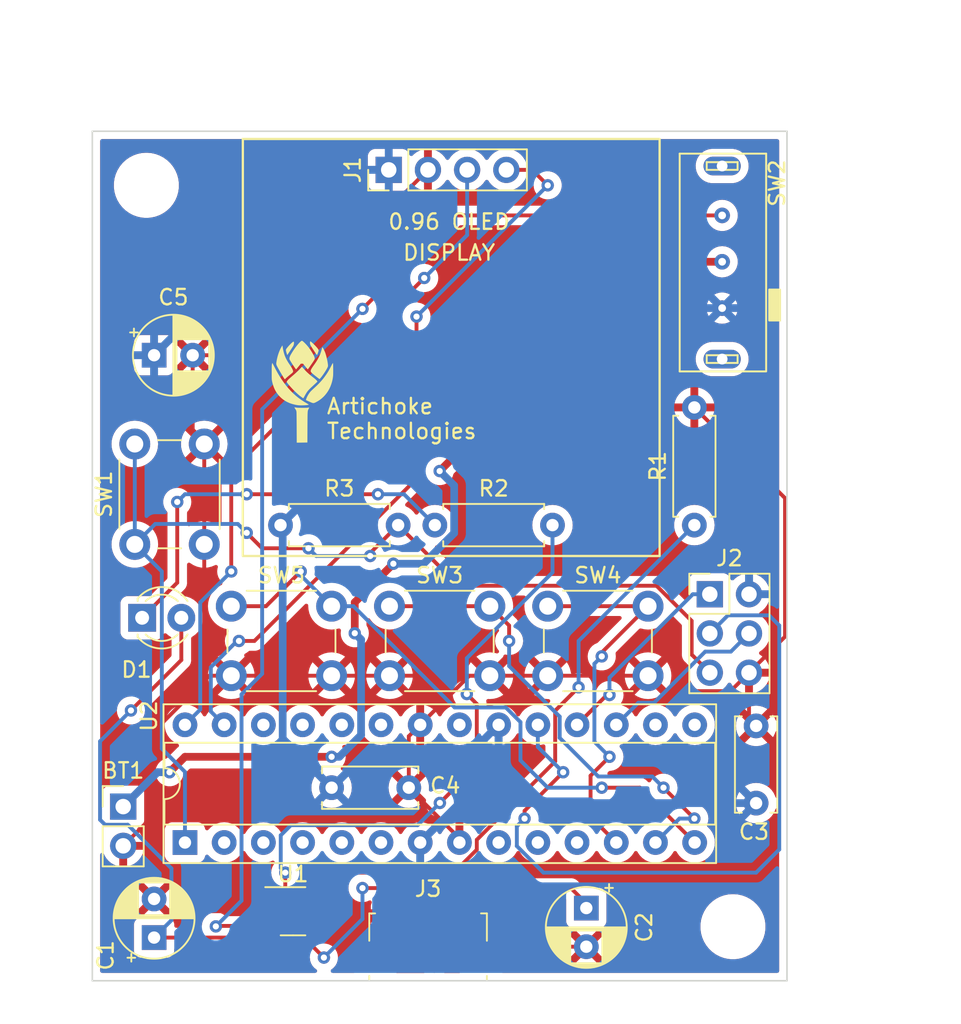
<source format=kicad_pcb>
(kicad_pcb (version 20211014) (generator pcbnew)
  (title_block (title "Cube Scrambler") (date "21/3/22") (rev "1.0") (company "Artichoke Technologies"))
  (layers (0 "F.Cu" signal) (31 "B.Cu" signal) (34 "B.Paste" user) (35 "F.Paste" user) (36 "B.SilkS" user "B.Silkscreen") (37 "F.SilkS" user "F.Silkscreen") (38 "B.Mask" user) (39 "F.Mask" user) (44 "Edge.Cuts" user))
  (net 0 "")
  (net 1 "Net-(BT1-Pad1)")
  (net 2 "GND")
  (net 3 "Net-(C1-Pad1)")
  (net 4 "+5V")
  (net 5 "Net-(D1-Pad1)")
  (net 6 "Net-(J1-Pad3)")
  (net 7 "Net-(J1-Pad4)")
  (net 8 "/MISO")
  (net 9 "/SCK")
  (net 10 "/MOSI")
  (net 11 "/RST")
  (net 15 "Net-(R1-Pad1)")
  (net 16 "Net-(R2-Pad2)")
  (net 17 "Net-(U1-Pad3)")
  (net 18 "Net-(U2-Pad13)")
  (net 19 "Net-(U2-Pad12)")
  (net 20 "Net-(U2-Pad14)")
  (footprint "Button_Switch_THT:SW_PUSH_6mm" (layer "F.Cu") (at 32.89 58.89 90)
    (fp_text reference "SW1" (at 3.25 -2 90) (layer "F.SilkS"))
    (fp_text value "RESET")
    (pad "1" thru_hole circle (at 0 0 180) (size 2 2) (drill 1.1) (layers *.Cu *.Mask) (net 11 "/RST"))
    (pad "1" thru_hole circle (at 6.5 0 180) (size 2 2) (drill 1.1) (layers *.Cu *.Mask) (net 11 "/RST"))
    (pad "2" thru_hole circle (at 6.5 4.5 180) (size 2 2) (drill 1.1) (layers *.Cu *.Mask) (net 2 "GND"))
    (pad "2" thru_hole circle (at 0 4.5 180) (size 2 2) (drill 1.1) (layers *.Cu *.Mask) (net 2 "GND"))
  )
  (footprint "Capacitor_THT:C_Disc_D6.0mm_W2.5mm_P5.00mm" (layer "F.Cu") (at 73.14 75.64 90)
    (fp_text reference "C3" (at -1.86 -0.14 180) (layer "F.SilkS"))
    (fp_text value "C")
    (pad "1" thru_hole circle (at 0 0 90) (size 1.6 1.6) (drill 0.8) (layers *.Cu *.Mask) (net 4 "+5V"))
    (pad "2" thru_hole circle (at 5 0 90) (size 1.6 1.6) (drill 0.8) (layers *.Cu *.Mask) (net 2 "GND"))
  )
  (footprint "Button_Switch_THT:SW_PUSH_6mm" (layer "F.Cu") (at 59.64 62.89)
    (fp_text reference "SW4" (at 3.25 -2) (layer "F.SilkS"))
    (fp_text value "SW_Push")
    (pad "1" thru_hole circle (at 0 0 90) (size 2 2) (drill 1.1) (layers *.Cu *.Mask) (net 19 "Net-(U2-Pad12)"))
    (pad "1" thru_hole circle (at 6.5 0 90) (size 2 2) (drill 1.1) (layers *.Cu *.Mask) (net 19 "Net-(U2-Pad12)"))
    (pad "2" thru_hole circle (at 6.5 4.5 90) (size 2 2) (drill 1.1) (layers *.Cu *.Mask) (net 2 "GND"))
    (pad "2" thru_hole circle (at 0 4.5 90) (size 2 2) (drill 1.1) (layers *.Cu *.Mask) (net 2 "GND"))
  )
  (footprint "LOGO" (layer "F.Cu") (at 43.75 49)
    (fp_text reference "G***")
    (fp_text value "LOGO" hide)
  )
  (footprint "Capacitor_THT:CP_Radial_D5.0mm_P2.50mm" (layer "F.Cu") (at 34.14 84.345113 90)
    (fp_text reference "C1" (at -1.154887 -3.14 90) (layer "F.SilkS"))
    (fp_text value "4.7uF")
    (pad "1" thru_hole rect (at 0 0 90) (size 1.6 1.6) (drill 0.8) (layers *.Cu *.Mask) (net 3 "Net-(C1-Pad1)"))
    (pad "2" thru_hole circle (at 2.5 0 90) (size 1.6 1.6) (drill 0.8) (layers *.Cu *.Mask) (net 2 "GND"))
  )
  (footprint "Capacitor_THT:CP_Radial_D5.0mm_P2.50mm" (layer "F.Cu") (at 62.14 82.434888 -90)
    (fp_text reference "C2" (at 1.25 -3.75 90) (layer "F.SilkS"))
    (fp_text value "4.7uF")
    (pad "1" thru_hole rect (at 0 0 270) (size 1.6 1.6) (drill 0.8) (layers *.Cu *.Mask) (net 3 "Net-(C1-Pad1)"))
    (pad "2" thru_hole circle (at 2.5 0 270) (size 1.6 1.6) (drill 0.8) (layers *.Cu *.Mask) (net 2 "GND"))
  )
  (footprint "Resistor_THT:R_Axial_DIN0207_L6.3mm_D2.5mm_P7.62mm_Horizontal" (layer "F.Cu") (at 42.33 57.64)
    (fp_text reference "R3" (at 3.81 -2.37) (layer "F.SilkS"))
    (fp_text value "10K")
    (pad "1" thru_hole circle (at 0 0) (size 1.6 1.6) (drill 0.8) (layers *.Cu *.Mask) (net 4 "+5V"))
    (pad "2" thru_hole oval (at 7.62 0) (size 1.6 1.6) (drill 0.8) (layers *.Cu *.Mask) (net 11 "/RST"))
  )
  (footprint "Button_Switch_THT:SW_PUSH_6mm" (layer "F.Cu") (at 49.39 62.89)
    (fp_text reference "SW3" (at 3.25 -2) (layer "F.SilkS"))
    (fp_text value "SW_Push")
    (pad "1" thru_hole circle (at 6.5 0 90) (size 2 2) (drill 1.1) (layers *.Cu *.Mask) (net 18 "Net-(U2-Pad13)"))
    (pad "1" thru_hole circle (at 0 0 90) (size 2 2) (drill 1.1) (layers *.Cu *.Mask) (net 18 "Net-(U2-Pad13)"))
    (pad "2" thru_hole circle (at 0 4.5 90) (size 2 2) (drill 1.1) (layers *.Cu *.Mask) (net 2 "GND"))
    (pad "2" thru_hole circle (at 6.5 4.5 90) (size 2 2) (drill 1.1) (layers *.Cu *.Mask) (net 2 "GND"))
  )
  (footprint "Button_Switch_THT:SW_PUSH_6mm" (layer "F.Cu") (at 39.14 62.89)
    (fp_text reference "SW5" (at 3.25 -2) (layer "F.SilkS"))
    (fp_text value "SW_Push")
    (pad "1" thru_hole circle (at 6.5 0 90) (size 2 2) (drill 1.1) (layers *.Cu *.Mask) (net 20 "Net-(U2-Pad14)"))
    (pad "1" thru_hole circle (at 0 0 90) (size 2 2) (drill 1.1) (layers *.Cu *.Mask) (net 20 "Net-(U2-Pad14)"))
    (pad "2" thru_hole circle (at 6.5 4.5 90) (size 2 2) (drill 1.1) (layers *.Cu *.Mask) (net 2 "GND"))
    (pad "2" thru_hole circle (at 0 4.5 90) (size 2 2) (drill 1.1) (layers *.Cu *.Mask) (net 2 "GND"))
  )
  (footprint "Capacitor_THT:CP_Radial_D5.0mm_P2.50mm" (layer "F.Cu") (at 34.14 46.64)
    (fp_text reference "C5" (at 1.25 -3.75) (layer "F.SilkS"))
    (fp_text value "C_Polarized")
    (pad "1" thru_hole rect (at 0 0) (size 1.6 1.6) (drill 0.8) (layers *.Cu *.Mask) (net 4 "+5V"))
    (pad "2" thru_hole circle (at 2.5 0) (size 1.6 1.6) (drill 0.8) (layers *.Cu *.Mask) (net 2 "GND"))
  )
  (footprint "Package_TO_SOT_SMD:SOT-23-5" (layer "F.Cu") (at 43.14 82.64)
    (fp_text reference "U1" (at 0 -2.4) (layer "F.SilkS"))
    (fp_text value "MCP73831-2-OT")
    (pad "1" smd roundrect (at -1.1375 -0.95) (size 1.325 0.6) (layers "F.Cu" "F.Paste" "F.Mask") (net 16 "Net-(R2-Pad2)"))
    (pad "2" smd roundrect (at -1.1375 0) (size 1.325 0.6) (layers "F.Cu" "F.Paste" "F.Mask") (net 2 "GND"))
    (pad "3" smd roundrect (at -1.1375 0.95) (size 1.325 0.6) (layers "F.Cu" "F.Paste" "F.Mask") (net 17 "Net-(U1-Pad3)"))
    (pad "4" smd roundrect (at 1.1375 0.95) (size 1.325 0.6) (layers "F.Cu" "F.Paste" "F.Mask") (net 3 "Net-(C1-Pad1)"))
    (pad "5" smd roundrect (at 1.1375 -0.95) (size 1.325 0.6) (layers "F.Cu" "F.Paste" "F.Mask") (net 15 "Net-(R1-Pad1)"))
  )
  (footprint "Capacitor_THT:C_Disc_D6.0mm_W2.5mm_P5.00mm" (layer "F.Cu") (at 45.64 74.64)
    (fp_text reference "C4" (at 7.36 -0.14) (layer "F.SilkS"))
    (fp_text value "C")
    (pad "1" thru_hole circle (at 0 0) (size 1.6 1.6) (drill 0.8) (layers *.Cu *.Mask) (net 4 "+5V"))
    (pad "2" thru_hole circle (at 5 0) (size 1.6 1.6) (drill 0.8) (layers *.Cu *.Mask) (net 2 "GND"))
  )
  (footprint "Resistor_THT:R_Axial_DIN0207_L6.3mm_D2.5mm_P7.62mm_Horizontal" (layer "F.Cu") (at 52.33 57.64)
    (fp_text reference "R2" (at 3.81 -2.37) (layer "F.SilkS"))
    (fp_text value "1k")
    (pad "1" thru_hole circle (at 0 0) (size 1.6 1.6) (drill 0.8) (layers *.Cu *.Mask) (net 5 "Net-(D1-Pad1)"))
    (pad "2" thru_hole oval (at 7.62 0) (size 1.6 1.6) (drill 0.8) (layers *.Cu *.Mask) (net 16 "Net-(R2-Pad2)"))
  )
  (footprint "MountingHole:MountingHole_3.2mm_M3" (layer "F.Cu") (at 71.64 83.64)
    (fp_text reference "REF**")
    (fp_text value "MountingHole_3.2mm_M3")
    (pad "" np_thru_hole circle (at 0 0) (size 3.2 3.2) (drill 3.2) (layers *.Cu *.Mask))
  )
  (footprint "Resistor_THT:R_Axial_DIN0207_L6.3mm_D2.5mm_P7.62mm_Horizontal" (layer "F.Cu") (at 69.14 57.64 90)
    (fp_text reference "R1" (at 3.81 -2.37 90) (layer "F.SilkS"))
    (fp_text value "2k")
    (pad "1" thru_hole circle (at 0 0 90) (size 1.6 1.6) (drill 0.8) (layers *.Cu *.Mask) (net 15 "Net-(R1-Pad1)"))
    (pad "2" thru_hole oval (at 7.62 0 90) (size 1.6 1.6) (drill 0.8) (layers *.Cu *.Mask) (net 2 "GND"))
  )
  (footprint "LED_THT:LED_D3.0mm" (layer "F.Cu") (at 33.365 63.64)
    (fp_text reference "D1" (at -0.365 3.36) (layer "F.SilkS"))
    (fp_text value "LED")
    (pad "1" thru_hole rect (at 0 0) (size 1.8 1.8) (drill 0.9) (layers *.Cu *.Mask) (net 5 "Net-(D1-Pad1)"))
    (pad "2" thru_hole circle (at 2.54 0) (size 1.8 1.8) (drill 0.9) (layers *.Cu *.Mask) (net 3 "Net-(C1-Pad1)"))
  )
  (footprint "Connector_PinHeader_2.54mm:PinHeader_1x02_P2.54mm_Vertical" (layer "F.Cu") (at 32.14 75.865)
    (fp_text reference "BT1" (at 0 -2.33) (layer "F.SilkS"))
    (fp_text value "3.7V")
    (pad "1" thru_hole rect (at 0 0) (size 1.7 1.7) (drill 1) (layers *.Cu *.Mask) (net 1 "Net-(BT1-Pad1)"))
    (pad "2" thru_hole oval (at 0 2.54) (size 1.7 1.7) (drill 1) (layers *.Cu *.Mask) (net 2 "GND"))
  )
  (footprint "Local_footprints:SLIDE-SWITCH" (layer "F.Cu") (at 72.09 46.89 90)
    (fp_text reference "SW2" (at 11.39 2.41 90) (layer "F.SilkS"))
    (fp_text value "SW_SPDT")
    (pad "1" thru_hole circle (at 3.3 -1.15 90) (size 1.008 1.008) (drill 0.5) (layers *.Cu *.Mask) (net 4 "+5V"))
    (pad "2" thru_hole circle (at 6.3 -1.15 90) (size 1.008 1.008) (drill 0.5) (layers *.Cu *.Mask) (net 1 "Net-(BT1-Pad1)"))
    (pad "3" thru_hole circle (at 9.3 -1.15 90) (size 1.008 1.008) (drill 0.5) (layers *.Cu *.Mask) (net 17 "Net-(U1-Pad3)"))
    (pad "GND" thru_hole oval (at 0 -1.15 90) (size 1.208 2.416) (drill 0.7) (layers *.Cu *.Mask))
    (pad "GND" thru_hole oval (at 12.5 -1.15 90) (size 1.208 2.416) (drill 0.7) (layers *.Cu *.Mask))
  )
  (footprint "Connector_USB:USB_Micro-B_Molex_47346-0001" (layer "F.Cu") (at 51.89 84.49)
    (fp_text reference "J3" (at 0 -3.3) (layer "F.SilkS"))
    (fp_text value "USB_B_Micro")
    (pad "1" smd rect (at -1.3 -1.46) (size 0.45 1.38) (layers "F.Cu" "F.Paste" "F.Mask") (net 3 "Net-(C1-Pad1)"))
    (pad "2" smd rect (at -0.65 -1.46) (size 0.45 1.38) (layers "F.Cu" "F.Paste" "F.Mask"))
    (pad "3" smd rect (at 0 -1.46) (size 0.45 1.38) (layers "F.Cu" "F.Paste" "F.Mask"))
    (pad "4" smd rect (at 0.65 -1.46) (size 0.45 1.38) (layers "F.Cu" "F.Paste" "F.Mask"))
    (pad "5" smd rect (at 1.3 -1.46) (size 0.45 1.38) (layers "F.Cu" "F.Paste" "F.Mask") (net 2 "GND"))
    (pad "6" smd rect (at 3.375 1.2) (size 1.65 1.3) (layers "F.Cu" "F.Paste" "F.Mask") (net 2 "GND"))
    (pad "6" smd rect (at 1.55 1.2) (size 1 1.9) (layers "F.Cu" "F.Paste" "F.Mask") (net 2 "GND"))
    (pad "6" smd rect (at -2.4875 -1.375) (size 1.425 1.55) (layers "F.Cu" "F.Paste" "F.Mask") (net 2 "GND"))
    (pad "6" smd rect (at 2.4875 -1.375) (size 1.425 1.55) (layers "F.Cu" "F.Paste" "F.Mask") (net 2 "GND"))
    (pad "6" smd rect (at -3.375 1.2) (size 1.65 1.3) (layers "F.Cu" "F.Paste" "F.Mask") (net 2 "GND"))
    (pad "6" smd rect (at -1.15 1.2) (size 1.8 1.9) (layers "F.Cu" "F.Paste" "F.Mask") (net 2 "GND"))
  )
  (footprint "Connector_PinHeader_2.54mm:PinHeader_1x04_P2.54mm_Vertical" (layer "F.Cu") (at 49.34 34.64 90)
    (fp_text reference "J1" (at 0 -2.33 90) (layer "F.SilkS"))
    (fp_text value "Conn_01x04_Male")
    (pad "1" thru_hole rect (at 0 0 90) (size 1.7 1.7) (drill 1) (layers *.Cu *.Mask) (net 4 "+5V"))
    (pad "2" thru_hole oval (at 0 2.54 90) (size 1.7 1.7) (drill 1) (layers *.Cu *.Mask) (net 2 "GND"))
    (pad "3" thru_hole oval (at 0 5.08 90) (size 1.7 1.7) (drill 1) (layers *.Cu *.Mask) (net 6 "Net-(J1-Pad3)"))
    (pad "4" thru_hole oval (at 0 7.62 90) (size 1.7 1.7) (drill 1) (layers *.Cu *.Mask) (net 7 "Net-(J1-Pad4)"))
  )
  (footprint "MountingHole:MountingHole_3.2mm_M3" (layer "F.Cu") (at 33.64 35.64)
    (fp_text reference "REF**")
    (fp_text value "MountingHole_3.2mm_M3")
    (pad "" np_thru_hole circle (at 0 0) (size 3.2 3.2) (drill 3.2) (layers *.Cu *.Mask))
  )
  (footprint "Package_DIP:DIP-28_W7.62mm_Socket" (layer "F.Cu") (at 36.14 78.19 90)
    (fp_text reference "U2" (at 8.19 -2.33 90) (layer "F.SilkS"))
    (fp_text value "ATmega328-P")
    (pad "1" thru_hole rect (at 0 0 90) (size 1.6 1.6) (drill 0.8) (layers *.Cu *.Mask) (net 11 "/RST"))
    (pad "2" thru_hole oval (at 0 2.54 90) (size 1.6 1.6) (drill 0.8) (layers *.Cu *.Mask))
    (pad "3" thru_hole oval (at 0 5.08 90) (size 1.6 1.6) (drill 0.8) (layers *.Cu *.Mask))
    (pad "4" thru_hole oval (at 0 7.62 90) (size 1.6 1.6) (drill 0.8) (layers *.Cu *.Mask))
    (pad "5" thru_hole oval (at 0 10.16 90) (size 1.6 1.6) (drill 0.8) (layers *.Cu *.Mask))
    (pad "6" thru_hole oval (at 0 12.7 90) (size 1.6 1.6) (drill 0.8) (layers *.Cu *.Mask))
    (pad "7" thru_hole oval (at 0 15.24 90) (size 1.6 1.6) (drill 0.8) (layers *.Cu *.Mask) (net 4 "+5V"))
    (pad "8" thru_hole oval (at 0 17.78 90) (size 1.6 1.6) (drill 0.8) (layers *.Cu *.Mask) (net 2 "GND"))
    (pad "9" thru_hole oval (at 0 20.32 90) (size 1.6 1.6) (drill 0.8) (layers *.Cu *.Mask))
    (pad "10" thru_hole oval (at 0 22.86 90) (size 1.6 1.6) (drill 0.8) (layers *.Cu *.Mask))
    (pad "11" thru_hole oval (at 0 25.4 90) (size 1.6 1.6) (drill 0.8) (layers *.Cu *.Mask))
    (pad "12" thru_hole oval (at 0 27.94 90) (size 1.6 1.6) (drill 0.8) (layers *.Cu *.Mask) (net 19 "Net-(U2-Pad12)"))
    (pad "13" thru_hole oval (at 0 30.48 90) (size 1.6 1.6) (drill 0.8) (layers *.Cu *.Mask) (net 18 "Net-(U2-Pad13)"))
    (pad "14" thru_hole oval (at 0 33.02 90) (size 1.6 1.6) (drill 0.8) (layers *.Cu *.Mask) (net 20 "Net-(U2-Pad14)"))
    (pad "15" thru_hole oval (at 7.62 33.02 90) (size 1.6 1.6) (drill 0.8) (layers *.Cu *.Mask))
    (pad "16" thru_hole oval (at 7.62 30.48 90) (size 1.6 1.6) (drill 0.8) (layers *.Cu *.Mask))
    (pad "17" thru_hole oval (at 7.62 27.94 90) (size 1.6 1.6) (drill 0.8) (layers *.Cu *.Mask) (net 10 "/MOSI"))
    (pad "18" thru_hole oval (at 7.62 25.4 90) (size 1.6 1.6) (drill 0.8) (layers *.Cu *.Mask) (net 8 "/MISO"))
    (pad "19" thru_hole oval (at 7.62 22.86 90) (size 1.6 1.6) (drill 0.8) (layers *.Cu *.Mask) (net 9 "/SCK"))
    (pad "20" thru_hole oval (at 7.62 20.32 90) (size 1.6 1.6) (drill 0.8) (layers *.Cu *.Mask) (net 4 "+5V"))
    (pad "21" thru_hole oval (at 7.62 17.78 90) (size 1.6 1.6) (drill 0.8) (layers *.Cu *.Mask))
    (pad "22" thru_hole oval (at 7.62 15.24 90) (size 1.6 1.6) (drill 0.8) (layers *.Cu *.Mask) (net 2 "GND"))
    (pad "23" thru_hole oval (at 7.62 12.7 90) (size 1.6 1.6) (drill 0.8) (layers *.Cu *.Mask))
    (pad "24" thru_hole oval (at 7.62 10.16 90) (size 1.6 1.6) (drill 0.8) (layers *.Cu *.Mask))
    (pad "25" thru_hole oval (at 7.62 7.62 90) (size 1.6 1.6) (drill 0.8) (layers *.Cu *.Mask))
    (pad "26" thru_hole oval (at 7.62 5.08 90) (size 1.6 1.6) (drill 0.8) (layers *.Cu *.Mask))
    (pad "27" thru_hole oval (at 7.62 2.54 90) (size 1.6 1.6) (drill 0.8) (layers *.Cu *.Mask) (net 7 "Net-(J1-Pad4)"))
    (pad "28" thru_hole oval (at 7.62 0 90) (size 1.6 1.6) (drill 0.8) (layers *.Cu *.Mask) (net 6 "Net-(J1-Pad3)"))
  )
  (footprint "Connector_PinHeader_2.54mm:PinHeader_2x03_P2.54mm_Vertical" (layer "F.Cu") (at 70.14 62.115)
    (fp_text reference "J2" (at 1.27 -2.33) (layer "F.SilkS"))
    (fp_text value "AVR-ISP-6")
    (pad "1" thru_hole rect (at 0 0) (size 1.7 1.7) (drill 1) (layers *.Cu *.Mask) (net 8 "/MISO"))
    (pad "2" thru_hole oval (at 2.54 0) (size 1.7 1.7) (drill 1) (layers *.Cu *.Mask) (net 4 "+5V"))
    (pad "3" thru_hole oval (at 0 2.54) (size 1.7 1.7) (drill 1) (layers *.Cu *.Mask) (net 9 "/SCK"))
    (pad "4" thru_hole oval (at 2.54 2.54) (size 1.7 1.7) (drill 1) (layers *.Cu *.Mask) (net 10 "/MOSI"))
    (pad "5" thru_hole oval (at 0 5.08) (size 1.7 1.7) (drill 1) (layers *.Cu *.Mask) (net 11 "/RST"))
    (pad "6" thru_hole oval (at 2.54 5.08) (size 1.7 1.7) (drill 1) (layers *.Cu *.Mask) (net 2 "GND"))
  )
  (gr_rect (start 39.89 32.64) (end 66.89 59.64) (layer "F.SilkS") (width 0.15) (fill none))
  (gr_line (start 75.14 32.14) (end 75.14 87.14) (layer "Edge.Cuts") (width 0.1))
  (gr_line (start 30.14 87.14) (end 30.14 32.14) (layer "Edge.Cuts") (width 0.1))
  (gr_line (start 75.14 87.14) (end 30.14 87.14) (layer "Edge.Cuts") (width 0.1))
  (gr_line (start 30.14 32.14) (end 75.14 32.14) (layer "Edge.Cuts") (width 0.1))
  (gr_text "Artichoke\nTechnologies" (at 45.25 50.75) (layer "F.SilkS") (effects (font (size 1 1)) (justify left)))
  (gr_text "DISPLAY" (at 53.25 40) (layer "F.SilkS") (effects (font (size 1 1))))
  (gr_text "0.96 OLED" (at 53.25 38) (layer "F.SilkS") (effects (font (size 1 1))))
  (segment (start 70.94 40.59) (end 67.19 40.59) (width 0.5) (layer "F.Cu") (net 1))
  (segment (start 45.64 72.64) (end 36.14 72.64) (width 0.5) (layer "F.Cu") (net 1))
  (segment (start 66.19 40.59) (end 52.64 54.14) (width 0.5) (layer "F.Cu") (net 1))
  (segment (start 36.14 72.64) (end 35.14 73.64) (width 0.5) (layer "F.Cu") (net 1))
  (segment (start 67.19 40.59) (end 66.19 40.59) (width 0.5) (layer "F.Cu") (net 1))
  (segment (start 49.64 60.14) (end 47.14 62.64) (width 0.5) (layer "F.Cu") (net 1))
  (segment (start 47.14 62.64) (end 47.14 64.64) (width 0.5) (layer "F.Cu") (net 1))
  (via (at 47.14 64.64) (size 0.8) (drill 0.4) (layers "F.Cu" "B.Cu") (net 1))
  (via (at 52.64 54.14) (size 0.8) (drill 0.4) (layers "F.Cu" "B.Cu") (net 1))
  (via (at 45.64 72.64) (size 0.8) (drill 0.4) (layers "F.Cu" "B.Cu") (net 1))
  (via (at 49.64 60.14) (size 0.8) (drill 0.4) (layers "F.Cu" "B.Cu") (net 1))
  (via (at 35.14 73.64) (size 0.8) (drill 0.4) (layers "F.Cu" "B.Cu") (net 1))
  (segment (start 46.14 72.64) (end 45.64 72.64) (width 0.5) (layer "B.Cu") (net 1))
  (segment (start 52.64 54.14) (end 53.579511 55.079511) (width 0.5) (layer "B.Cu") (net 1))
  (segment (start 47.549511 71.230489) (end 46.14 72.64) (width 0.5) (layer "B.Cu") (net 1))
  (segment (start 51.597076 60.14) (end 49.64 60.14) (width 0.5) (layer "B.Cu") (net 1))
  (segment (start 34.365 73.64) (end 32.14 75.865) (width 0.5) (layer "B.Cu") (net 1))
  (segment (start 53.579511 55.079511) (end 53.579511 58.157565) (width 0.5) (layer "B.Cu") (net 1))
  (segment (start 53.579511 58.157565) (end 51.597076 60.14) (width 0.5) (layer "B.Cu") (net 1))
  (segment (start 47.549511 65.049511) (end 47.549511 71.230489) (width 0.5) (layer "B.Cu") (net 1))
  (segment (start 35.14 73.64) (end 34.365 73.64) (width 0.5) (layer "B.Cu") (net 1))
  (segment (start 47.14 64.64) (end 47.549511 65.049511) (width 0.5) (layer "B.Cu") (net 1))
  (segment (start 55.115 83.115) (end 55.265 83.265) (width 0.25) (layer "F.Cu") (net 2))
  (segment (start 48.515 85.69) (end 50.74 85.69) (width 0.5) (layer "F.Cu") (net 2))
  (segment (start 72.68 70.18) (end 73.14 70.64) (width 0.25) (layer "F.Cu") (net 2))
  (segment (start 54.2925 83.03) (end 54.3775 83.115) (width 0.25) (layer "F.Cu") (net 2))
  (segment (start 69.14 50.02) (end 75.01498 55.89498) (width 0.25) (layer "F.Cu") (net 2))
  (segment (start 34.14 81.845113) (end 34.934887 82.64) (width 0.25) (layer "F.Cu") (net 2))
  (segment (start 75.01498 64.86002) (end 72.68 67.195) (width 0.25) (layer "F.Cu") (net 2))
  (segment (start 39.14 67.39) (end 37.725787 67.39) (width 0.25) (layer "F.Cu") (net 2))
  (segment (start 53.92 77.92) (end 53.92 78.19) (width 0.25) (layer "F.Cu") (net 2))
  (segment (start 45.64 67.39) (end 49.39 67.39) (width 0.25) (layer "F.Cu") (net 2))
  (segment (start 39.88 46.64) (end 36.64 46.64) (width 0.25) (layer "F.Cu") (net 2))
  (segment (start 66.14 67.39) (end 59.64 67.39) (width 0.25) (layer "F.Cu") (net 2))
  (segment (start 50.64 71.31) (end 51.38 70.57) (width 0.25) (layer "F.Cu") (net 2))
  (segment (start 34.934887 82.64) (end 42.0025 82.64) (width 0.25) (layer "F.Cu") (net 2))
  (segment (start 48.515 84.0025) (end 49.4025 83.115) (width 0.5) (layer "F.Cu") (net 2))
  (segment (start 49.39 67.39) (end 55.89 67.39) (width 0.25) (layer "F.Cu") (net 2))
  (segment (start 37.39 65.64) (end 39.14 67.39) (width 0.25) (layer "F.Cu") (net 2))
  (segment (start 37.39 52.39) (end 37.39 58.89) (width 0.25) (layer "F.Cu") (net 2))
  (segment (start 37.725787 67.39) (end 33.64 71.475787) (width 0.25) (layer "F.Cu") (net 2))
  (segment (start 48.515 85.69) (end 48.515 84.0025) (width 0.5) (layer "F.Cu") (net 2))
  (segment (start 54.3775 83.115) (end 55.115 83.115) (width 0.25) (layer "F.Cu") (net 2))
  (segment (start 36.64 46.64) (end 36.64 51.64) (width 0.25) (layer "F.Cu") (net 2))
  (segment (start 55.265 83.265) (end 55.265 85.69) (width 0.25) (layer "F.Cu") (net 2))
  (segment (start 62.14 84.934888) (end 56.020112 84.934888) (width 0.25) (layer "F.Cu") (net 2))
  (segment (start 32.14 79.845113) (end 34.14 81.845113) (width 0.25) (layer "F.Cu") (net 2))
  (segment (start 36.64 51.64) (end 37.39 52.39) (width 0.25) (layer "F.Cu") (net 2))
  (segment (start 53.19 83.03) (end 54.2925 83.03) (width 0.25) (layer "F.Cu") (net 2))
  (segment (start 48.9275 82.64) (end 49.4025 83.115) (width 0.25) (layer "F.Cu") (net 2))
  (segment (start 33.64 71.475787) (end 33.64 76.905) (width 0.25) (layer "F.Cu") (net 2))
  (segment (start 67.14 68.39) (end 71.485 68.39) (width 0.25) (layer "F.Cu") (net 2))
  (segment (start 32.14 78.405) (end 32.14 79.845113) (width 0.25) (layer "F.Cu") (net 2))
  (segment (start 45.64 67.39) (end 39.14 67.39) (width 0.25) (layer "F.Cu") (net 2))
  (segment (start 66.14 67.39) (end 67.14 68.39) (width 0.25) (layer "F.Cu") (net 2))
  (segment (start 56.020112 84.934888) (end 55.265 85.69) (width 0.25) (layer "F.Cu") (net 2))
  (segment (start 53.44 85.69) (end 55.265 85.69) (width 0.5) (layer "F.Cu") (net 2))
  (segment (start 53.44 85.69) (end 50.74 85.69) (width 0.5) (layer "F.Cu") (net 2))
  (segment (start 50.64 74.64) (end 53.92 77.92) (width 0.25) (layer "F.Cu") (net 2))
  (segment (start 33.64 76.905) (end 32.14 78.405) (width 0.25) (layer "F.Cu") (net 2))
  (segment (start 50.64 74.64) (end 50.64 71.31) (width 0.25) (layer "F.Cu") (net 2))
  (segment (start 51.88 34.64) (end 39.88 46.64) (width 0.25) (layer "F.Cu") (net 2))
  (segment (start 72.68 67.195) (end 72.68 70.18) (width 0.25) (layer "F.Cu") (net 2))
  (segment (start 59.64 67.39) (end 55.89 67.39) (width 0.25) (layer "F.Cu") (net 2))
  (segment (start 71.485 68.39) (end 72.68 67.195) (width 0.25) (layer "F.Cu") (net 2))
  (segment (start 75.01498 55.89498) (end 75.01498 64.86002) (width 0.25) (layer "F.Cu") (net 2))
  (segment (start 54.56 67.39) (end 51.38 70.57) (width 0.25) (layer "F.Cu") (net 2))
  (segment (start 37.39 58.89) (end 37.39 65.64) (width 0.25) (layer "F.Cu") (net 2))
  (segment (start 55.89 67.39) (end 54.56 67.39) (width 0.25) (layer "F.Cu") (net 2))
  (segment (start 42.0025 82.64) (end 48.9275 82.64) (width 0.25) (layer "F.Cu") (net 2))
  (segment (start 43.522387 84.345113) (end 44.2775 83.59) (width 0.25) (layer "F.Cu") (net 3))
  (segment (start 34.14 84.345113) (end 43.522387 84.345113) (width 0.25) (layer "F.Cu") (net 3))
  (segment (start 47.64 81.14) (end 50.14 81.14) (width 0.25) (layer "F.Cu") (net 3))
  (segment (start 32.64 69.64) (end 35.905 66.375) (width 0.25) (layer "F.Cu") (net 3))
  (segment (start 62.14 82.14) (end 61.14 81.14) (width 0.25) (layer "F.Cu") (net 3))
  (segment (start 50.14 81.14) (end 50.59 81.59) (width 0.25) (layer "F.Cu") (net 3))
  (segment (start 35.905 66.375) (end 35.905 63.64) (width 0.25) (layer "F.Cu") (net 3))
  (segment (start 62.14 82.434888) (end 62.14 82.14) (width 0.25) (layer "F.Cu") (net 3))
  (segment (start 50.59 81.59) (end 50.59 83.03) (width 0.25) (layer "F.Cu") (net 3))
  (segment (start 61.14 81.14) (end 50.14 81.14) (width 0.25) (layer "F.Cu") (net 3))
  (segment (start 44.2775 83.59) (end 44.2775 84.7775) (width 0.25) (layer "F.Cu") (net 3))
  (segment (start 44.2775 84.7775) (end 45.14 85.64) (width 0.25) (layer "F.Cu") (net 3))
  (via (at 47.64 81.14) (size 0.8) (drill 0.4) (layers "F.Cu" "B.Cu") (net 3))
  (via (at 45.14 85.64) (size 0.8) (drill 0.4) (layers "F.Cu" "B.Cu") (net 3))
  (via (at 32.64 69.64) (size 0.8) (drill 0.4) (layers "F.Cu" "B.Cu") (net 3))
  (segment (start 45.14 85.64) (end 47.64 83.14) (width 0.25) (layer "B.Cu") (net 3))
  (segment (start 30.64 71.64) (end 32.64 69.64) (width 0.25) (layer "B.Cu") (net 3))
  (segment (start 35.264511 83.220602) (end 35.264511 79.868501) (width 0.25) (layer "B.Cu") (net 3))
  (segment (start 35.264511 79.868501) (end 32.435521 77.039511) (width 0.25) (layer "B.Cu") (net 3))
  (segment (start 47.64 83.14) (end 47.64 81.14) (width 0.25) (layer "B.Cu") (net 3))
  (segment (start 32.435521 77.039511) (end 30.965489 77.039511) (width 0.25) (layer "B.Cu") (net 3))
  (segment (start 34.14 84.345113) (end 35.264511 83.220602) (width 0.25) (layer "B.Cu") (net 3))
  (segment (start 30.64 76.714022) (end 30.64 71.64) (width 0.25) (layer "B.Cu") (net 3))
  (segment (start 30.965489 77.039511) (end 30.64 76.714022) (width 0.25) (layer "B.Cu") (net 3))
  (segment (start 42.33 57.64) (end 42.469511 57.779511) (width 0.5) (layer "F.Cu") (net 4))
  (segment (start 42.469511 57.779511) (end 42.469511 71.469511) (width 0.5) (layer "B.Cu") (net 4))
  (segment (start 54.89 72.14) (end 56.46 70.57) (width 0.5) (layer "B.Cu") (net 4))
  (segment (start 73.14 75.64) (end 56.64 75.64) (width 0.5) (layer "B.Cu") (net 4))
  (segment (start 49.34 34.64) (end 49.34 48.34) (width 0.5) (layer "B.Cu") (net 4))
  (segment (start 45.64 74.64) (end 48.14 72.14) (width 0.5) (layer "B.Cu") (net 4))
  (segment (start 54.09 43.59) (end 49.34 48.34) (width 0.5) (layer "B.Cu") (net 4))
  (segment (start 48.14 72.14) (end 54.89 72.14) (width 0.5) (layer "B.Cu") (net 4))
  (segment (start 49.34 50.63) (end 42.33 57.64) (width 0.5) (layer "B.Cu") (net 4))
  (segment (start 74.14 46.64) (end 74.14 44.14) (width 0.5) (layer "B.Cu") (net 4))
  (segment (start 49.34 48.34) (end 49.34 50.63) (width 0.5) (layer "B.Cu") (net 4))
  (segment (start 56.46 70.57) (end 56.46 73.11) (width 0.5) (layer "B.Cu") (net 4))
  (segment (start 70.94 43.59) (end 54.09 43.59) (width 0.5) (layer "B.Cu") (net 4))
  (segment (start 72.68 62.115) (end 72.68 48.1) (width 0.5) (layer "B.Cu") (net 4))
  (segment (start 55.285 74.285) (end 51.38 78.19) (width 0.5) (layer "B.Cu") (net 4))
  (segment (start 56.64 75.64) (end 55.285 74.285) (width 0.5) (layer "B.Cu") (net 4))
  (segment (start 73.59 43.59) (end 70.94 43.59) (width 0.5) (layer "B.Cu") (net 4))
  (segment (start 74.14 44.14) (end 73.59 43.59) (width 0.5) (layer "B.Cu") (net 4))
  (segment (start 56.46 73.11) (end 55.285 74.285) (width 0.5) (layer "B.Cu") (net 4))
  (segment (start 72.68 48.1) (end 74.14 46.64) (width 0.5) (layer "B.Cu") (net 4))
  (segment (start 42.469511 71.469511) (end 45.64 74.64) (width 0.5) (layer "B.Cu") (net 4))
  (segment (start 46.14 34.64) (end 49.34 34.64) (width 0.5) (layer "B.Cu") (net 4))
  (segment (start 34.14 46.64) (end 46.14 34.64) (width 0.5) (layer "B.Cu") (net 4))
  (segment (start 35.64 61.365) (end 35.64 56.14) (width 0.25) (layer "F.Cu") (net 5))
  (segment (start 33.365 63.64) (end 35.64 61.365) (width 0.25) (layer "F.Cu") (net 5))
  (segment (start 40.14 55.64) (end 48.64 55.64) (width 0.25) (layer "F.Cu") (net 5))
  (via (at 48.64 55.64) (size 0.8) (drill 0.4) (layers "F.Cu" "B.Cu") (net 5))
  (via (at 35.64 56.14) (size 0.8) (drill 0.4) (layers "F.Cu" "B.Cu") (net 5))
  (via (at 40.14 55.64) (size 0.8) (drill 0.4) (layers "F.Cu" "B.Cu") (net 5))
  (segment (start 35.64 56.14) (end 36.14 55.64) (width 0.25) (layer "B.Cu") (net 5))
  (segment (start 48.64 55.64) (end 50.33 55.64) (width 0.25) (layer "B.Cu") (net 5))
  (segment (start 50.33 55.64) (end 52.33 57.64) (width 0.25) (layer "B.Cu") (net 5))
  (segment (start 36.14 55.64) (end 40.14 55.64) (width 0.25) (layer "B.Cu") (net 5))
  (segment (start 39.14 54.14) (end 39.14 60.64) (width 0.25) (layer "F.Cu") (net 6))
  (segment (start 51.64 41.64) (end 39.14 54.14) (width 0.25) (layer "F.Cu") (net 6))
  (via (at 51.64 41.64) (size 0.8) (drill 0.4) (layers "F.Cu" "B.Cu") (net 6))
  (via (at 39.14 60.64) (size 0.8) (drill 0.4) (layers "F.Cu" "B.Cu") (net 6))
  (segment (start 54.42 38.86) (end 51.64 41.64) (width 0.25) (layer "B.Cu") (net 6))
  (segment (start 54.42 34.64) (end 54.42 38.86) (width 0.25) (layer "B.Cu") (net 6))
  (segment (start 39.14 60.64) (end 37.129511 62.650489) (width 0.25) (layer "B.Cu") (net 6))
  (segment (start 37.129511 69.580489) (end 36.14 70.57) (width 0.25) (layer "B.Cu") (net 6))
  (segment (start 37.129511 62.650489) (end 37.129511 69.580489) (width 0.25) (layer "B.Cu") (net 6))
  (segment (start 58.64 34.64) (end 59.64 35.64) (width 0.25) (layer "F.Cu") (net 7))
  (segment (start 51.14 54.639999) (end 40.639999 65.14) (width 0.25) (layer "F.Cu") (net 7))
  (segment (start 40.639999 65.14) (end 39.64 65.14) (width 0.25) (layer "F.Cu") (net 7))
  (segment (start 56.96 34.64) (end 58.64 34.64) (width 0.25) (layer "F.Cu") (net 7))
  (segment (start 51.14 44.14) (end 51.14 54.639999) (width 0.25) (layer "F.Cu") (net 7))
  (via (at 39.64 65.14) (size 0.8) (drill 0.4) (layers "F.Cu" "B.Cu") (net 7))
  (via (at 51.14 44.14) (size 0.8) (drill 0.4) (layers "F.Cu" "B.Cu") (net 7))
  (via (at 59.64 35.64) (size 0.8) (drill 0.4) (layers "F.Cu" "B.Cu") (net 7))
  (segment (start 39.516857 65.14) (end 37.815489 66.841368) (width 0.25) (layer "B.Cu") (net 7))
  (segment (start 39.64 65.14) (end 39.516857 65.14) (width 0.25) (layer "B.Cu") (net 7))
  (segment (start 37.815489 66.841368) (end 37.815489 69.705489) (width 0.25) (layer "B.Cu") (net 7))
  (segment (start 59.64 35.64) (end 51.14 44.14) (width 0.25) (layer "B.Cu") (net 7))
  (segment (start 37.815489 69.705489) (end 38.68 70.57) (width 0.25) (layer "B.Cu") (net 7))
  (segment (start 63.47 68.64) (end 61.54 70.57) (width 0.25) (layer "F.Cu") (net 8))
  (segment (start 63.64 68.64) (end 63.47 68.64) (width 0.25) (layer "F.Cu") (net 8))
  (via (at 63.64 68.64) (size 0.8) (drill 0.4) (layers "F.Cu" "B.Cu") (net 8))
  (segment (start 70.14 62.115) (end 69.04 62.115) (width 0.25) (layer "B.Cu") (net 8))
  (segment (start 63.64 67.515) (end 63.64 68.64) (width 0.25) (layer "B.Cu") (net 8))
  (segment (start 69.04 62.115) (end 63.64 67.515) (width 0.25) (layer "B.Cu") (net 8))
  (segment (start 58.14 76.64) (end 58.14 76.14) (width 0.25) (layer "F.Cu") (net 9))
  (segment (start 58.14 76.14) (end 60.64 73.64) (width 0.25) (layer "F.Cu") (net 9))
  (via (at 58.14 76.64) (size 0.8) (drill 0.4) (layers "F.Cu" "B.Cu") (net 9))
  (via (at 60.64 73.64) (size 0.8) (drill 0.4) (layers "F.Cu" "B.Cu") (net 9))
  (segment (start 74.64 64.14) (end 74.64 78.64) (width 0.25) (layer "B.Cu") (net 9))
  (segment (start 60.64 73.64) (end 59 72) (width 0.25) (layer "B.Cu") (net 9))
  (segment (start 57.64 78.4203) (end 57.64 77.14) (width 0.25) (layer "B.Cu") (net 9))
  (segment (start 59.3597 80.14) (end 57.64 78.4203) (width 0.25) (layer "B.Cu") (net 9))
  (segment (start 70.14 64.655) (end 71.314511 63.480489) (width 0.25) (layer "B.Cu") (net 9))
  (segment (start 73.980489 63.480489) (end 74.64 64.14) (width 0.25) (layer "B.Cu") (net 9))
  (segment (start 74.64 78.64) (end 73.14 80.14) (width 0.25) (layer "B.Cu") (net 9))
  (segment (start 59 72) (end 59 70.57) (width 0.25) (layer "B.Cu") (net 9))
  (segment (start 73.14 80.14) (end 59.3597 80.14) (width 0.25) (layer "B.Cu") (net 9))
  (segment (start 71.314511 63.480489) (end 73.980489 63.480489) (width 0.25) (layer "B.Cu") (net 9))
  (segment (start 57.64 77.14) (end 58.14 76.64) (width 0.25) (layer "B.Cu") (net 9))
  (segment (start 69.844479 65.829511) (end 66.53399 69.14) (width 0.25) (layer "B.Cu") (net 10))
  (segment (start 65.51 69.14) (end 64.08 70.57) (width 0.25) (layer "B.Cu") (net 10))
  (segment (start 71.505489 65.829511) (end 69.844479 65.829511) (width 0.25) (layer "B.Cu") (net 10))
  (segment (start 66.53399 69.14) (end 65.51 69.14) (width 0.25) (layer "B.Cu") (net 10))
  (segment (start 72.68 64.655) (end 71.505489 65.829511) (width 0.25) (layer "B.Cu") (net 10))
  (segment (start 66.688632 61.565489) (end 68.965489 63.842346) (width 0.25) (layer "F.Cu") (net 11))
  (segment (start 53.875489 61.565489) (end 66.688632 61.565489) (width 0.25) (layer "F.Cu") (net 11))
  (segment (start 41.14 59.14) (end 40.14 58.14) (width 0.25) (layer "F.Cu") (net 11))
  (segment (start 48.14 59.45) (end 48.14 59.64) (width 0.25) (layer "F.Cu") (net 11))
  (segment (start 49.95 57.64) (end 48.14 59.45) (width 0.25) (layer "F.Cu") (net 11))
  (segment (start 68.965489 66.020489) (end 70.14 67.195) (width 0.25) (layer "F.Cu") (net 11))
  (segment (start 49.95 57.64) (end 53.875489 61.565489) (width 0.25) (layer "F.Cu") (net 11))
  (segment (start 68.965489 63.842346) (end 68.965489 66.020489) (width 0.25) (layer "F.Cu") (net 11))
  (segment (start 44.14 59.14) (end 41.14 59.14) (width 0.25) (layer "F.Cu") (net 11))
  (via (at 40.14 58.14) (size 0.8) (drill 0.4) (layers "F.Cu" "B.Cu") (net 11))
  (via (at 44.14 59.14) (size 0.8) (drill 0.4) (layers "F.Cu" "B.Cu") (net 11))
  (via (at 48.14 59.64) (size 0.8) (drill 0.4) (layers "F.Cu" "B.Cu") (net 11))
  (segment (start 36.14 73.615386) (end 36.14 78.19) (width 0.25) (layer "B.Cu") (net 11))
  (segment (start 39.565489 57.565489) (end 34.214511 57.565489) (width 0.25) (layer "B.Cu") (net 11))
  (segment (start 34.214511 57.565489) (end 32.89 58.89) (width 0.25) (layer "B.Cu") (net 11))
  (segment (start 44.64 59.64) (end 44.14 59.14) (width 0.25) (layer "B.Cu") (net 11))
  (segment (start 32.89 52.39) (end 32.89 58.89) (width 0.25) (layer "B.Cu") (net 11))
  (segment (start 48.14 59.64) (end 44.64 59.64) (width 0.25) (layer "B.Cu") (net 11))
  (segment (start 32.89 58.89) (end 34.64 60.64) (width 0.25) (layer "B.Cu") (net 11))
  (segment (start 34.64 72.115386) (end 36.14 73.615386) (width 0.25) (layer "B.Cu") (net 11))
  (segment (start 40.14 58.14) (end 39.565489 57.565489) (width 0.25) (layer "B.Cu") (net 11))
  (segment (start 34.64 60.64) (end 34.64 72.115386) (width 0.25) (layer "B.Cu") (net 11))
  (segment (start 45.14 80.14) (end 53.5603 80.14) (width 0.25) (layer "F.Cu") (net 15))
  (segment (start 60.124511 69.655489) (end 61.64 68.14) (width 0.25) (layer "F.Cu") (net 15))
  (segment (start 44.2775 81.0025) (end 45.14 80.14) (width 0.25) (layer "F.Cu") (net 15))
  (segment (start 53.5603 80.14) (end 55.044511 78.655789) (width 0.25) (layer "F.Cu") (net 15))
  (segment (start 44.2775 81.69) (end 44.2775 81.0025) (width 0.25) (layer "F.Cu") (net 15))
  (segment (start 60.124511 72.935189) (end 60.124511 69.655489) (width 0.25) (layer "F.Cu") (net 15))
  (segment (start 55.044511 78.015189) (end 60.124511 72.935189) (width 0.25) (layer "F.Cu") (net 15))
  (segment (start 55.044511 78.655789) (end 55.044511 78.015189) (width 0.25) (layer "F.Cu") (net 15))
  (via (at 61.64 68.14) (size 0.8) (drill 0.4) (layers "F.Cu" "B.Cu") (net 15))
  (segment (start 69.14 57.64) (end 61.64 65.14) (width 0.25) (layer "B.Cu") (net 15))
  (segment (start 61.64 65.14) (end 61.64 68.14) (width 0.25) (layer "B.Cu") (net 15))
  (segment (start 55.044511 73.235489) (end 52.652299 75.627701) (width 0.25) (layer "F.Cu") (net 16))
  (segment (start 54.398774 68.575824) (end 55.044511 69.221561) (width 0.25) (layer "F.Cu") (net 16))
  (segment (start 55.044511 69.221561) (end 55.044511 73.235489) (width 0.25) (layer "F.Cu") (net 16))
  (segment (start 42.64 80.14) (end 42.64 81.0525) (width 0.25) (layer "F.Cu") (net 16))
  (segment (start 42.64 81.0525) (end 42.0025 81.69) (width 0.25) (layer "F.Cu") (net 16))
  (via (at 42.64 80.14) (size 0.8) (drill 0.4) (layers "F.Cu" "B.Cu") (net 16))
  (via (at 52.652299 75.627701) (size 0.8) (drill 0.4) (layers "F.Cu" "B.Cu") (net 16))
  (via (at 54.398774 68.575824) (size 0.8) (drill 0.4) (layers "F.Cu" "B.Cu") (net 16))
  (segment (start 42.344511 77.724211) (end 42.344511 79.844511) (width 0.25) (layer "B.Cu") (net 16))
  (segment (start 59.95 57.64) (end 59.95 60.703143) (width 0.25) (layer "B.Cu") (net 16))
  (segment (start 59.95 60.703143) (end 54.398774 66.254369) (width 0.25) (layer "B.Cu") (net 16))
  (segment (start 52.652299 75.627701) (end 51.214511 77.065489) (width 0.25) (layer "B.Cu") (net 16))
  (segment (start 43.003233 77.065489) (end 42.344511 77.724211) (width 0.25) (layer "B.Cu") (net 16))
  (segment (start 54.398774 66.254369) (end 54.398774 68.575824) (width 0.25) (layer "B.Cu") (net 16))
  (segment (start 51.214511 77.065489) (end 43.003233 77.065489) (width 0.25) (layer "B.Cu") (net 16))
  (segment (start 42.344511 79.844511) (end 42.64 80.14) (width 0.25) (layer "B.Cu") (net 16))
  (segment (start 47.64 43.64) (end 53.69 37.59) (width 0.25) (layer "F.Cu") (net 17))
  (segment (start 42.0025 83.59) (end 38.170613 83.59) (width 0.25) (layer "F.Cu") (net 17))
  (segment (start 53.69 37.59) (end 70.94 37.59) (width 0.25) (layer "F.Cu") (net 17))
  (segment (start 38.170613 83.59) (end 38.14 83.620613) (width 0.25) (layer "F.Cu") (net 17))
  (via (at 38.14 83.620613) (size 0.8) (drill 0.4) (layers "F.Cu" "B.Cu") (net 17))
  (via (at 47.64 43.64) (size 0.8) (drill 0.4) (layers "F.Cu" "B.Cu") (net 17))
  (segment (start 39.804511 81.956102) (end 39.804511 68.598632) (width 0.25) (layer "B.Cu") (net 17))
  (segment (start 38.14 83.620613) (end 39.804511 81.956102) (width 0.25) (layer "B.Cu") (net 17))
  (segment (start 39.804511 68.598632) (end 41.14 67.263143) (width 0.25) (layer "B.Cu") (net 17))
  (segment (start 41.14 67.263143) (end 41.14 50.14) (width 0.25) (layer "B.Cu") (net 17))
  (segment (start 41.14 50.14) (end 47.64 43.64) (width 0.25) (layer "B.Cu") (net 17))
  (segment (start 55.89 62.89) (end 57.14 64.14) (width 0.25) (layer "F.Cu") (net 18))
  (segment (start 57.14 64.14) (end 57.14 65.14) (width 0.25) (layer "F.Cu") (net 18))
  (segment (start 67.14 74.64) (end 69.14 76.64) (width 0.25) (layer "F.Cu") (net 18))
  (segment (start 49.39 62.89) (end 55.89 62.89) (width 0.25) (layer "F.Cu") (net 18))
  (via (at 67.14 74.64) (size 0.8) (drill 0.4) (layers "F.Cu" "B.Cu") (net 18))
  (via (at 57.14 65.14) (size 0.8) (drill 0.4) (layers "F.Cu" "B.Cu") (net 18))
  (via (at 69.14 76.64) (size 0.8) (drill 0.4) (layers "F.Cu" "B.Cu") (net 18))
  (segment (start 57.14 65.14) (end 57.14 66.763143) (width 0.25) (layer "B.Cu") (net 18))
  (segment (start 62.915489 73.915489) (end 66.415489 73.915489) (width 0.25) (layer "B.Cu") (net 18))
  (segment (start 68.17 76.64) (end 66.62 78.19) (width 0.25) (layer "B.Cu") (net 18))
  (segment (start 66.415489 73.915489) (end 67.14 74.64) (width 0.25) (layer "B.Cu") (net 18))
  (segment (start 69.14 76.64) (end 68.17 76.64) (width 0.25) (layer "B.Cu") (net 18))
  (segment (start 57.14 66.763143) (end 60.415489 70.038632) (width 0.25) (layer "B.Cu") (net 18))
  (segment (start 60.415489 71.415489) (end 62.915489 73.915489) (width 0.25) (layer "B.Cu") (net 18))
  (segment (start 60.415489 70.038632) (end 60.415489 71.415489) (width 0.25) (layer "B.Cu") (net 18))
  (segment (start 62.415489 76.525489) (end 64.08 78.19) (width 0.25) (layer "F.Cu") (net 19))
  (segment (start 59.64 62.89) (end 66.14 62.89) (width 0.25) (layer "F.Cu") (net 19))
  (segment (start 63.14 65.89) (end 63.14 66.14) (width 0.25) (layer "F.Cu") (net 19))
  (segment (start 63.64 72.64) (end 62.415489 73.864511) (width 0.25) (layer "F.Cu") (net 19))
  (segment (start 62.415489 73.864511) (end 62.415489 76.525489) (width 0.25) (layer "F.Cu") (net 19))
  (segment (start 66.14 62.89) (end 63.14 65.89) (width 0.25) (layer "F.Cu") (net 19))
  (via (at 63.14 66.14) (size 0.8) (drill 0.4) (layers "F.Cu" "B.Cu") (net 19))
  (via (at 63.64 72.64) (size 0.8) (drill 0.4) (layers "F.Cu" "B.Cu") (net 19))
  (segment (start 62.664511 66.615489) (end 62.664511 71.664511) (width 0.25) (layer "B.Cu") (net 19))
  (segment (start 62.664511 71.664511) (end 63.64 72.64) (width 0.25) (layer "B.Cu") (net 19))
  (segment (start 63.14 66.14) (end 62.664511 66.615489) (width 0.25) (layer "B.Cu") (net 19))
  (segment (start 41.39 62.89) (end 43.64 60.64) (width 0.25) (layer "F.Cu") (net 20))
  (segment (start 65.61 74.64) (end 69.16 78.19) (width 0.25) (layer "F.Cu") (net 20))
  (segment (start 63.14 74.64) (end 65.61 74.64) (width 0.25) (layer "F.Cu") (net 20))
  (segment (start 39.14 62.89) (end 41.39 62.89) (width 0.25) (layer "F.Cu") (net 20))
  (via (at 43.64 60.64) (size 0.8) (drill 0.4) (layers "F.Cu" "B.Cu") (net 20))
  (via (at 63.14 74.64) (size 0.8) (drill 0.4) (layers "F.Cu" "B.Cu") (net 20))
  (segment (start 43.64 60.89) (end 45.64 62.89) (width 0.25) (layer "B.Cu") (net 20))
  (segment (start 53.609702 69.445489) (end 56.925789 69.445489) (width 0.25) (layer "B.Cu") (net 20))
  (segment (start 43.64 60.64) (end 43.64 60.89) (width 0.25) (layer "B.Cu") (net 20))
  (segment (start 57.875489 72.875489) (end 59.64 74.64) (width 0.25) (layer "B.Cu") (net 20))
  (segment (start 56.925789 69.445489) (end 57.875489 70.395189) (width 0.25) (layer "B.Cu") (net 20))
  (segment (start 45.64 62.89) (end 47.054213 62.89) (width 0.25) (layer "B.Cu") (net 20))
  (segment (start 59.64 74.64) (end 63.14 74.64) (width 0.25) (layer "B.Cu") (net 20))
  (segment (start 57.875489 70.395189) (end 57.875489 72.875489) (width 0.25) (layer "B.Cu") (net 20))
  (segment (start 47.054213 62.89) (end 53.609702 69.445489) (width 0.25) (layer "B.Cu") (net 20))
  (zone (net 2) (net_name "GND") (layer "F.Cu") (connect_pads (clearance 0.508)) (min_thickness 0.254) (fill yes (thermal_gap 0.508) (thermal_bridge_width 0.508))
    (polygon (pts (xy 75.14 87.14) (xy 30.14 87.14) (xy 30.14 32.14) (xy 75.14 32.14)))
  )
  (zone (net 4) (net_name "+5V") (layer "B.Cu") (connect_pads (clearance 0.508)) (min_thickness 0.254) (fill yes (thermal_gap 0.508) (thermal_bridge_width 0.508))
    (polygon (pts (xy 75.14 87.14) (xy 30.14 87.14) (xy 30.14 32.14) (xy 75.14 32.14)))
  )
)
</source>
